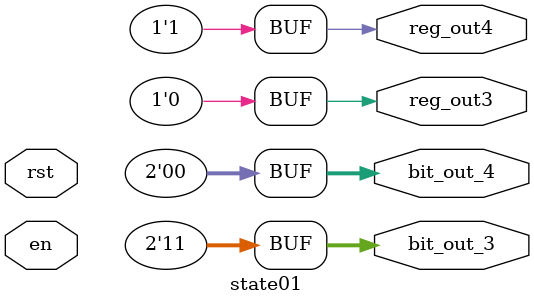
<source format=v>
module state01(
input rst,
input en,
output [1:0] bit_out_3,
output [1:0] bit_out_4,
output reg_out3,
output reg_out4
    );
assign bit_out_3 = 2'b11;
assign bit_out_4 = 2'b00;
assign reg_out3 = 0;
assign reg_out4 = 1;
endmodule
</source>
